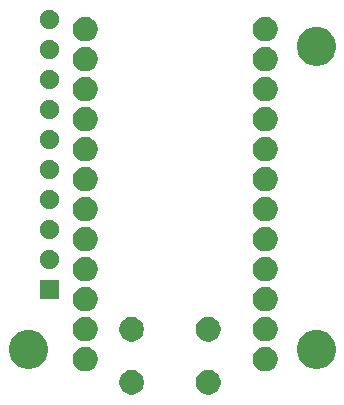
<source format=gbr>
G04 #@! TF.GenerationSoftware,KiCad,Pcbnew,(5.0.1)-4*
G04 #@! TF.CreationDate,2018-12-26T16:50:05+01:00*
G04 #@! TF.ProjectId,EdtrackerDiy,4564747261636B65724469792E6B6963,rev?*
G04 #@! TF.SameCoordinates,Original*
G04 #@! TF.FileFunction,Soldermask,Top*
G04 #@! TF.FilePolarity,Negative*
%FSLAX46Y46*%
G04 Gerber Fmt 4.6, Leading zero omitted, Abs format (unit mm)*
G04 Created by KiCad (PCBNEW (5.0.1)-4) date 26/12/2018 16:50:05*
%MOMM*%
%LPD*%
G01*
G04 APERTURE LIST*
%ADD10C,0.100000*%
G04 APERTURE END LIST*
D10*
G36*
X79554565Y-117861389D02*
X79745834Y-117940615D01*
X79917976Y-118055637D01*
X80064363Y-118202024D01*
X80179385Y-118374166D01*
X80258611Y-118565435D01*
X80299000Y-118768484D01*
X80299000Y-118975516D01*
X80258611Y-119178565D01*
X80179385Y-119369834D01*
X80064363Y-119541976D01*
X79917976Y-119688363D01*
X79745834Y-119803385D01*
X79554565Y-119882611D01*
X79351516Y-119923000D01*
X79144484Y-119923000D01*
X78941435Y-119882611D01*
X78750166Y-119803385D01*
X78578024Y-119688363D01*
X78431637Y-119541976D01*
X78316615Y-119369834D01*
X78237389Y-119178565D01*
X78197000Y-118975516D01*
X78197000Y-118768484D01*
X78237389Y-118565435D01*
X78316615Y-118374166D01*
X78431637Y-118202024D01*
X78578024Y-118055637D01*
X78750166Y-117940615D01*
X78941435Y-117861389D01*
X79144484Y-117821000D01*
X79351516Y-117821000D01*
X79554565Y-117861389D01*
X79554565Y-117861389D01*
G37*
G36*
X73054565Y-117861389D02*
X73245834Y-117940615D01*
X73417976Y-118055637D01*
X73564363Y-118202024D01*
X73679385Y-118374166D01*
X73758611Y-118565435D01*
X73799000Y-118768484D01*
X73799000Y-118975516D01*
X73758611Y-119178565D01*
X73679385Y-119369834D01*
X73564363Y-119541976D01*
X73417976Y-119688363D01*
X73245834Y-119803385D01*
X73054565Y-119882611D01*
X72851516Y-119923000D01*
X72644484Y-119923000D01*
X72441435Y-119882611D01*
X72250166Y-119803385D01*
X72078024Y-119688363D01*
X71931637Y-119541976D01*
X71816615Y-119369834D01*
X71737389Y-119178565D01*
X71697000Y-118975516D01*
X71697000Y-118768484D01*
X71737389Y-118565435D01*
X71816615Y-118374166D01*
X71931637Y-118202024D01*
X72078024Y-118055637D01*
X72250166Y-117940615D01*
X72441435Y-117861389D01*
X72644484Y-117821000D01*
X72851516Y-117821000D01*
X73054565Y-117861389D01*
X73054565Y-117861389D01*
G37*
G36*
X69137765Y-115902121D02*
X69327289Y-115980624D01*
X69497855Y-116094593D01*
X69642908Y-116239646D01*
X69756877Y-116410212D01*
X69835380Y-116599736D01*
X69875400Y-116800931D01*
X69875400Y-117006071D01*
X69835380Y-117207266D01*
X69756877Y-117396790D01*
X69642908Y-117567356D01*
X69497855Y-117712409D01*
X69327289Y-117826378D01*
X69137765Y-117904881D01*
X68936570Y-117944901D01*
X68731430Y-117944901D01*
X68530235Y-117904881D01*
X68340711Y-117826378D01*
X68170145Y-117712409D01*
X68025092Y-117567356D01*
X67911123Y-117396790D01*
X67832620Y-117207266D01*
X67792600Y-117006071D01*
X67792600Y-116800931D01*
X67832620Y-116599736D01*
X67911123Y-116410212D01*
X68025092Y-116239646D01*
X68170145Y-116094593D01*
X68340711Y-115980624D01*
X68530235Y-115902121D01*
X68731430Y-115862101D01*
X68936570Y-115862101D01*
X69137765Y-115902121D01*
X69137765Y-115902121D01*
G37*
G36*
X84377765Y-115902121D02*
X84567289Y-115980624D01*
X84737855Y-116094593D01*
X84882908Y-116239646D01*
X84996877Y-116410212D01*
X85075380Y-116599736D01*
X85115400Y-116800931D01*
X85115400Y-117006071D01*
X85075380Y-117207266D01*
X84996877Y-117396790D01*
X84882908Y-117567356D01*
X84737855Y-117712409D01*
X84567289Y-117826378D01*
X84377765Y-117904881D01*
X84176570Y-117944901D01*
X83971430Y-117944901D01*
X83770235Y-117904881D01*
X83580711Y-117826378D01*
X83410145Y-117712409D01*
X83265092Y-117567356D01*
X83151123Y-117396790D01*
X83072620Y-117207266D01*
X83032600Y-117006071D01*
X83032600Y-116800931D01*
X83072620Y-116599736D01*
X83151123Y-116410212D01*
X83265092Y-116239646D01*
X83410145Y-116094593D01*
X83580711Y-115980624D01*
X83770235Y-115902121D01*
X83971430Y-115862101D01*
X84176570Y-115862101D01*
X84377765Y-115902121D01*
X84377765Y-115902121D01*
G37*
G36*
X64383256Y-114469298D02*
X64489579Y-114490447D01*
X64790042Y-114614903D01*
X65056852Y-114793180D01*
X65060454Y-114795587D01*
X65290413Y-115025546D01*
X65471098Y-115295960D01*
X65595553Y-115596422D01*
X65659000Y-115915389D01*
X65659000Y-116240611D01*
X65595553Y-116559578D01*
X65471098Y-116860040D01*
X65290413Y-117130454D01*
X65060454Y-117360413D01*
X65060451Y-117360415D01*
X64790042Y-117541097D01*
X64489579Y-117665553D01*
X64383256Y-117686702D01*
X64170611Y-117729000D01*
X63845389Y-117729000D01*
X63632744Y-117686702D01*
X63526421Y-117665553D01*
X63225958Y-117541097D01*
X62955549Y-117360415D01*
X62955546Y-117360413D01*
X62725587Y-117130454D01*
X62544902Y-116860040D01*
X62420447Y-116559578D01*
X62357000Y-116240611D01*
X62357000Y-115915389D01*
X62420447Y-115596422D01*
X62544902Y-115295960D01*
X62725587Y-115025546D01*
X62955546Y-114795587D01*
X62959148Y-114793180D01*
X63225958Y-114614903D01*
X63526421Y-114490447D01*
X63632744Y-114469298D01*
X63845389Y-114427000D01*
X64170611Y-114427000D01*
X64383256Y-114469298D01*
X64383256Y-114469298D01*
G37*
G36*
X88767256Y-114469298D02*
X88873579Y-114490447D01*
X89174042Y-114614903D01*
X89440852Y-114793180D01*
X89444454Y-114795587D01*
X89674413Y-115025546D01*
X89855098Y-115295960D01*
X89979553Y-115596422D01*
X90043000Y-115915389D01*
X90043000Y-116240611D01*
X89979553Y-116559578D01*
X89855098Y-116860040D01*
X89674413Y-117130454D01*
X89444454Y-117360413D01*
X89444451Y-117360415D01*
X89174042Y-117541097D01*
X88873579Y-117665553D01*
X88767256Y-117686702D01*
X88554611Y-117729000D01*
X88229389Y-117729000D01*
X88016744Y-117686702D01*
X87910421Y-117665553D01*
X87609958Y-117541097D01*
X87339549Y-117360415D01*
X87339546Y-117360413D01*
X87109587Y-117130454D01*
X86928902Y-116860040D01*
X86804447Y-116559578D01*
X86741000Y-116240611D01*
X86741000Y-115915389D01*
X86804447Y-115596422D01*
X86928902Y-115295960D01*
X87109587Y-115025546D01*
X87339546Y-114795587D01*
X87343148Y-114793180D01*
X87609958Y-114614903D01*
X87910421Y-114490447D01*
X88016744Y-114469298D01*
X88229389Y-114427000D01*
X88554611Y-114427000D01*
X88767256Y-114469298D01*
X88767256Y-114469298D01*
G37*
G36*
X73054565Y-113361389D02*
X73245834Y-113440615D01*
X73417976Y-113555637D01*
X73564363Y-113702024D01*
X73679385Y-113874166D01*
X73758611Y-114065435D01*
X73799000Y-114268484D01*
X73799000Y-114475516D01*
X73758611Y-114678565D01*
X73679385Y-114869834D01*
X73564363Y-115041976D01*
X73417976Y-115188363D01*
X73245834Y-115303385D01*
X73054565Y-115382611D01*
X72851516Y-115423000D01*
X72644484Y-115423000D01*
X72441435Y-115382611D01*
X72250166Y-115303385D01*
X72078024Y-115188363D01*
X71931637Y-115041976D01*
X71816615Y-114869834D01*
X71737389Y-114678565D01*
X71697000Y-114475516D01*
X71697000Y-114268484D01*
X71737389Y-114065435D01*
X71816615Y-113874166D01*
X71931637Y-113702024D01*
X72078024Y-113555637D01*
X72250166Y-113440615D01*
X72441435Y-113361389D01*
X72644484Y-113321000D01*
X72851516Y-113321000D01*
X73054565Y-113361389D01*
X73054565Y-113361389D01*
G37*
G36*
X79554565Y-113361389D02*
X79745834Y-113440615D01*
X79917976Y-113555637D01*
X80064363Y-113702024D01*
X80179385Y-113874166D01*
X80258611Y-114065435D01*
X80299000Y-114268484D01*
X80299000Y-114475516D01*
X80258611Y-114678565D01*
X80179385Y-114869834D01*
X80064363Y-115041976D01*
X79917976Y-115188363D01*
X79745834Y-115303385D01*
X79554565Y-115382611D01*
X79351516Y-115423000D01*
X79144484Y-115423000D01*
X78941435Y-115382611D01*
X78750166Y-115303385D01*
X78578024Y-115188363D01*
X78431637Y-115041976D01*
X78316615Y-114869834D01*
X78237389Y-114678565D01*
X78197000Y-114475516D01*
X78197000Y-114268484D01*
X78237389Y-114065435D01*
X78316615Y-113874166D01*
X78431637Y-113702024D01*
X78578024Y-113555637D01*
X78750166Y-113440615D01*
X78941435Y-113361389D01*
X79144484Y-113321000D01*
X79351516Y-113321000D01*
X79554565Y-113361389D01*
X79554565Y-113361389D01*
G37*
G36*
X84377765Y-113362121D02*
X84567289Y-113440624D01*
X84737855Y-113554593D01*
X84882908Y-113699646D01*
X84996877Y-113870212D01*
X85075380Y-114059736D01*
X85115400Y-114260931D01*
X85115400Y-114466071D01*
X85075380Y-114667266D01*
X84996877Y-114856790D01*
X84882908Y-115027356D01*
X84737855Y-115172409D01*
X84567289Y-115286378D01*
X84377765Y-115364881D01*
X84176570Y-115404901D01*
X83971430Y-115404901D01*
X83770235Y-115364881D01*
X83580711Y-115286378D01*
X83410145Y-115172409D01*
X83265092Y-115027356D01*
X83151123Y-114856790D01*
X83072620Y-114667266D01*
X83032600Y-114466071D01*
X83032600Y-114260931D01*
X83072620Y-114059736D01*
X83151123Y-113870212D01*
X83265092Y-113699646D01*
X83410145Y-113554593D01*
X83580711Y-113440624D01*
X83770235Y-113362121D01*
X83971430Y-113322101D01*
X84176570Y-113322101D01*
X84377765Y-113362121D01*
X84377765Y-113362121D01*
G37*
G36*
X69137765Y-113362121D02*
X69327289Y-113440624D01*
X69497855Y-113554593D01*
X69642908Y-113699646D01*
X69756877Y-113870212D01*
X69835380Y-114059736D01*
X69875400Y-114260931D01*
X69875400Y-114466071D01*
X69835380Y-114667266D01*
X69756877Y-114856790D01*
X69642908Y-115027356D01*
X69497855Y-115172409D01*
X69327289Y-115286378D01*
X69137765Y-115364881D01*
X68936570Y-115404901D01*
X68731430Y-115404901D01*
X68530235Y-115364881D01*
X68340711Y-115286378D01*
X68170145Y-115172409D01*
X68025092Y-115027356D01*
X67911123Y-114856790D01*
X67832620Y-114667266D01*
X67792600Y-114466071D01*
X67792600Y-114260931D01*
X67832620Y-114059736D01*
X67911123Y-113870212D01*
X68025092Y-113699646D01*
X68170145Y-113554593D01*
X68340711Y-113440624D01*
X68530235Y-113362121D01*
X68731430Y-113322101D01*
X68936570Y-113322101D01*
X69137765Y-113362121D01*
X69137765Y-113362121D01*
G37*
G36*
X84377765Y-110822121D02*
X84567289Y-110900624D01*
X84737855Y-111014593D01*
X84882908Y-111159646D01*
X84996877Y-111330212D01*
X85075380Y-111519736D01*
X85115400Y-111720931D01*
X85115400Y-111926071D01*
X85075380Y-112127266D01*
X84996877Y-112316790D01*
X84882908Y-112487356D01*
X84737855Y-112632409D01*
X84567289Y-112746378D01*
X84377765Y-112824881D01*
X84176570Y-112864901D01*
X83971430Y-112864901D01*
X83770235Y-112824881D01*
X83580711Y-112746378D01*
X83410145Y-112632409D01*
X83265092Y-112487356D01*
X83151123Y-112316790D01*
X83072620Y-112127266D01*
X83032600Y-111926071D01*
X83032600Y-111720931D01*
X83072620Y-111519736D01*
X83151123Y-111330212D01*
X83265092Y-111159646D01*
X83410145Y-111014593D01*
X83580711Y-110900624D01*
X83770235Y-110822121D01*
X83971430Y-110782101D01*
X84176570Y-110782101D01*
X84377765Y-110822121D01*
X84377765Y-110822121D01*
G37*
G36*
X69137765Y-110822121D02*
X69327289Y-110900624D01*
X69497855Y-111014593D01*
X69642908Y-111159646D01*
X69756877Y-111330212D01*
X69835380Y-111519736D01*
X69875400Y-111720931D01*
X69875400Y-111926071D01*
X69835380Y-112127266D01*
X69756877Y-112316790D01*
X69642908Y-112487356D01*
X69497855Y-112632409D01*
X69327289Y-112746378D01*
X69137765Y-112824881D01*
X68936570Y-112864901D01*
X68731430Y-112864901D01*
X68530235Y-112824881D01*
X68340711Y-112746378D01*
X68170145Y-112632409D01*
X68025092Y-112487356D01*
X67911123Y-112316790D01*
X67832620Y-112127266D01*
X67792600Y-111926071D01*
X67792600Y-111720931D01*
X67832620Y-111519736D01*
X67911123Y-111330212D01*
X68025092Y-111159646D01*
X68170145Y-111014593D01*
X68340711Y-110900624D01*
X68530235Y-110822121D01*
X68731430Y-110782101D01*
X68936570Y-110782101D01*
X69137765Y-110822121D01*
X69137765Y-110822121D01*
G37*
G36*
X66599000Y-111811000D02*
X64973000Y-111811000D01*
X64973000Y-110185000D01*
X66599000Y-110185000D01*
X66599000Y-111811000D01*
X66599000Y-111811000D01*
G37*
G36*
X69137765Y-108282121D02*
X69327289Y-108360624D01*
X69497855Y-108474593D01*
X69642908Y-108619646D01*
X69756877Y-108790212D01*
X69835380Y-108979736D01*
X69875400Y-109180931D01*
X69875400Y-109386071D01*
X69835380Y-109587266D01*
X69756877Y-109776790D01*
X69642908Y-109947356D01*
X69497855Y-110092409D01*
X69327289Y-110206378D01*
X69137765Y-110284881D01*
X68936570Y-110324901D01*
X68731430Y-110324901D01*
X68530235Y-110284881D01*
X68340711Y-110206378D01*
X68170145Y-110092409D01*
X68025092Y-109947356D01*
X67911123Y-109776790D01*
X67832620Y-109587266D01*
X67792600Y-109386071D01*
X67792600Y-109180931D01*
X67832620Y-108979736D01*
X67911123Y-108790212D01*
X68025092Y-108619646D01*
X68170145Y-108474593D01*
X68340711Y-108360624D01*
X68530235Y-108282121D01*
X68731430Y-108242101D01*
X68936570Y-108242101D01*
X69137765Y-108282121D01*
X69137765Y-108282121D01*
G37*
G36*
X84377765Y-108282121D02*
X84567289Y-108360624D01*
X84737855Y-108474593D01*
X84882908Y-108619646D01*
X84996877Y-108790212D01*
X85075380Y-108979736D01*
X85115400Y-109180931D01*
X85115400Y-109386071D01*
X85075380Y-109587266D01*
X84996877Y-109776790D01*
X84882908Y-109947356D01*
X84737855Y-110092409D01*
X84567289Y-110206378D01*
X84377765Y-110284881D01*
X84176570Y-110324901D01*
X83971430Y-110324901D01*
X83770235Y-110284881D01*
X83580711Y-110206378D01*
X83410145Y-110092409D01*
X83265092Y-109947356D01*
X83151123Y-109776790D01*
X83072620Y-109587266D01*
X83032600Y-109386071D01*
X83032600Y-109180931D01*
X83072620Y-108979736D01*
X83151123Y-108790212D01*
X83265092Y-108619646D01*
X83410145Y-108474593D01*
X83580711Y-108360624D01*
X83770235Y-108282121D01*
X83971430Y-108242101D01*
X84176570Y-108242101D01*
X84377765Y-108282121D01*
X84377765Y-108282121D01*
G37*
G36*
X66023142Y-107676242D02*
X66171102Y-107737530D01*
X66304258Y-107826502D01*
X66417498Y-107939742D01*
X66506470Y-108072898D01*
X66567758Y-108220858D01*
X66599000Y-108377925D01*
X66599000Y-108538075D01*
X66567758Y-108695142D01*
X66506470Y-108843102D01*
X66417498Y-108976258D01*
X66304258Y-109089498D01*
X66171102Y-109178470D01*
X66171101Y-109178471D01*
X66171100Y-109178471D01*
X66137583Y-109192354D01*
X66023142Y-109239758D01*
X65866075Y-109271000D01*
X65705925Y-109271000D01*
X65548858Y-109239758D01*
X65434417Y-109192354D01*
X65400900Y-109178471D01*
X65400899Y-109178471D01*
X65400898Y-109178470D01*
X65267742Y-109089498D01*
X65154502Y-108976258D01*
X65065530Y-108843102D01*
X65004242Y-108695142D01*
X64973000Y-108538075D01*
X64973000Y-108377925D01*
X65004242Y-108220858D01*
X65065530Y-108072898D01*
X65154502Y-107939742D01*
X65267742Y-107826502D01*
X65400898Y-107737530D01*
X65548858Y-107676242D01*
X65705925Y-107645000D01*
X65866075Y-107645000D01*
X66023142Y-107676242D01*
X66023142Y-107676242D01*
G37*
G36*
X84377765Y-105742121D02*
X84567289Y-105820624D01*
X84737855Y-105934593D01*
X84882908Y-106079646D01*
X84996877Y-106250212D01*
X85075380Y-106439736D01*
X85115400Y-106640931D01*
X85115400Y-106846071D01*
X85075380Y-107047266D01*
X84996877Y-107236790D01*
X84882908Y-107407356D01*
X84737855Y-107552409D01*
X84567289Y-107666378D01*
X84377765Y-107744881D01*
X84176570Y-107784901D01*
X83971430Y-107784901D01*
X83770235Y-107744881D01*
X83580711Y-107666378D01*
X83410145Y-107552409D01*
X83265092Y-107407356D01*
X83151123Y-107236790D01*
X83072620Y-107047266D01*
X83032600Y-106846071D01*
X83032600Y-106640931D01*
X83072620Y-106439736D01*
X83151123Y-106250212D01*
X83265092Y-106079646D01*
X83410145Y-105934593D01*
X83580711Y-105820624D01*
X83770235Y-105742121D01*
X83971430Y-105702101D01*
X84176570Y-105702101D01*
X84377765Y-105742121D01*
X84377765Y-105742121D01*
G37*
G36*
X69137765Y-105742121D02*
X69327289Y-105820624D01*
X69497855Y-105934593D01*
X69642908Y-106079646D01*
X69756877Y-106250212D01*
X69835380Y-106439736D01*
X69875400Y-106640931D01*
X69875400Y-106846071D01*
X69835380Y-107047266D01*
X69756877Y-107236790D01*
X69642908Y-107407356D01*
X69497855Y-107552409D01*
X69327289Y-107666378D01*
X69137765Y-107744881D01*
X68936570Y-107784901D01*
X68731430Y-107784901D01*
X68530235Y-107744881D01*
X68340711Y-107666378D01*
X68170145Y-107552409D01*
X68025092Y-107407356D01*
X67911123Y-107236790D01*
X67832620Y-107047266D01*
X67792600Y-106846071D01*
X67792600Y-106640931D01*
X67832620Y-106439736D01*
X67911123Y-106250212D01*
X68025092Y-106079646D01*
X68170145Y-105934593D01*
X68340711Y-105820624D01*
X68530235Y-105742121D01*
X68731430Y-105702101D01*
X68936570Y-105702101D01*
X69137765Y-105742121D01*
X69137765Y-105742121D01*
G37*
G36*
X66023142Y-105136242D02*
X66171102Y-105197530D01*
X66304258Y-105286502D01*
X66417498Y-105399742D01*
X66506470Y-105532898D01*
X66567758Y-105680858D01*
X66599000Y-105837925D01*
X66599000Y-105998075D01*
X66567758Y-106155142D01*
X66506470Y-106303102D01*
X66417498Y-106436258D01*
X66304258Y-106549498D01*
X66171102Y-106638470D01*
X66171101Y-106638471D01*
X66171100Y-106638471D01*
X66137583Y-106652354D01*
X66023142Y-106699758D01*
X65866075Y-106731000D01*
X65705925Y-106731000D01*
X65548858Y-106699758D01*
X65434417Y-106652354D01*
X65400900Y-106638471D01*
X65400899Y-106638471D01*
X65400898Y-106638470D01*
X65267742Y-106549498D01*
X65154502Y-106436258D01*
X65065530Y-106303102D01*
X65004242Y-106155142D01*
X64973000Y-105998075D01*
X64973000Y-105837925D01*
X65004242Y-105680858D01*
X65065530Y-105532898D01*
X65154502Y-105399742D01*
X65267742Y-105286502D01*
X65400898Y-105197530D01*
X65548858Y-105136242D01*
X65705925Y-105105000D01*
X65866075Y-105105000D01*
X66023142Y-105136242D01*
X66023142Y-105136242D01*
G37*
G36*
X84377765Y-103202121D02*
X84567289Y-103280624D01*
X84737855Y-103394593D01*
X84882908Y-103539646D01*
X84996877Y-103710212D01*
X85075380Y-103899736D01*
X85115400Y-104100931D01*
X85115400Y-104306071D01*
X85075380Y-104507266D01*
X84996877Y-104696790D01*
X84882908Y-104867356D01*
X84737855Y-105012409D01*
X84567289Y-105126378D01*
X84377765Y-105204881D01*
X84176570Y-105244901D01*
X83971430Y-105244901D01*
X83770235Y-105204881D01*
X83580711Y-105126378D01*
X83410145Y-105012409D01*
X83265092Y-104867356D01*
X83151123Y-104696790D01*
X83072620Y-104507266D01*
X83032600Y-104306071D01*
X83032600Y-104100931D01*
X83072620Y-103899736D01*
X83151123Y-103710212D01*
X83265092Y-103539646D01*
X83410145Y-103394593D01*
X83580711Y-103280624D01*
X83770235Y-103202121D01*
X83971430Y-103162101D01*
X84176570Y-103162101D01*
X84377765Y-103202121D01*
X84377765Y-103202121D01*
G37*
G36*
X69137765Y-103202121D02*
X69327289Y-103280624D01*
X69497855Y-103394593D01*
X69642908Y-103539646D01*
X69756877Y-103710212D01*
X69835380Y-103899736D01*
X69875400Y-104100931D01*
X69875400Y-104306071D01*
X69835380Y-104507266D01*
X69756877Y-104696790D01*
X69642908Y-104867356D01*
X69497855Y-105012409D01*
X69327289Y-105126378D01*
X69137765Y-105204881D01*
X68936570Y-105244901D01*
X68731430Y-105244901D01*
X68530235Y-105204881D01*
X68340711Y-105126378D01*
X68170145Y-105012409D01*
X68025092Y-104867356D01*
X67911123Y-104696790D01*
X67832620Y-104507266D01*
X67792600Y-104306071D01*
X67792600Y-104100931D01*
X67832620Y-103899736D01*
X67911123Y-103710212D01*
X68025092Y-103539646D01*
X68170145Y-103394593D01*
X68340711Y-103280624D01*
X68530235Y-103202121D01*
X68731430Y-103162101D01*
X68936570Y-103162101D01*
X69137765Y-103202121D01*
X69137765Y-103202121D01*
G37*
G36*
X66023142Y-102596242D02*
X66171102Y-102657530D01*
X66304258Y-102746502D01*
X66417498Y-102859742D01*
X66506470Y-102992898D01*
X66567758Y-103140858D01*
X66599000Y-103297925D01*
X66599000Y-103458075D01*
X66567758Y-103615142D01*
X66506470Y-103763102D01*
X66417498Y-103896258D01*
X66304258Y-104009498D01*
X66171102Y-104098470D01*
X66171101Y-104098471D01*
X66171100Y-104098471D01*
X66137583Y-104112354D01*
X66023142Y-104159758D01*
X65866075Y-104191000D01*
X65705925Y-104191000D01*
X65548858Y-104159758D01*
X65434417Y-104112354D01*
X65400900Y-104098471D01*
X65400899Y-104098471D01*
X65400898Y-104098470D01*
X65267742Y-104009498D01*
X65154502Y-103896258D01*
X65065530Y-103763102D01*
X65004242Y-103615142D01*
X64973000Y-103458075D01*
X64973000Y-103297925D01*
X65004242Y-103140858D01*
X65065530Y-102992898D01*
X65154502Y-102859742D01*
X65267742Y-102746502D01*
X65400898Y-102657530D01*
X65548858Y-102596242D01*
X65705925Y-102565000D01*
X65866075Y-102565000D01*
X66023142Y-102596242D01*
X66023142Y-102596242D01*
G37*
G36*
X84377765Y-100662121D02*
X84567289Y-100740624D01*
X84737855Y-100854593D01*
X84882908Y-100999646D01*
X84996877Y-101170212D01*
X85075380Y-101359736D01*
X85115400Y-101560931D01*
X85115400Y-101766071D01*
X85075380Y-101967266D01*
X84996877Y-102156790D01*
X84882908Y-102327356D01*
X84737855Y-102472409D01*
X84567289Y-102586378D01*
X84377765Y-102664881D01*
X84176570Y-102704901D01*
X83971430Y-102704901D01*
X83770235Y-102664881D01*
X83580711Y-102586378D01*
X83410145Y-102472409D01*
X83265092Y-102327356D01*
X83151123Y-102156790D01*
X83072620Y-101967266D01*
X83032600Y-101766071D01*
X83032600Y-101560931D01*
X83072620Y-101359736D01*
X83151123Y-101170212D01*
X83265092Y-100999646D01*
X83410145Y-100854593D01*
X83580711Y-100740624D01*
X83770235Y-100662121D01*
X83971430Y-100622101D01*
X84176570Y-100622101D01*
X84377765Y-100662121D01*
X84377765Y-100662121D01*
G37*
G36*
X69137765Y-100662121D02*
X69327289Y-100740624D01*
X69497855Y-100854593D01*
X69642908Y-100999646D01*
X69756877Y-101170212D01*
X69835380Y-101359736D01*
X69875400Y-101560931D01*
X69875400Y-101766071D01*
X69835380Y-101967266D01*
X69756877Y-102156790D01*
X69642908Y-102327356D01*
X69497855Y-102472409D01*
X69327289Y-102586378D01*
X69137765Y-102664881D01*
X68936570Y-102704901D01*
X68731430Y-102704901D01*
X68530235Y-102664881D01*
X68340711Y-102586378D01*
X68170145Y-102472409D01*
X68025092Y-102327356D01*
X67911123Y-102156790D01*
X67832620Y-101967266D01*
X67792600Y-101766071D01*
X67792600Y-101560931D01*
X67832620Y-101359736D01*
X67911123Y-101170212D01*
X68025092Y-100999646D01*
X68170145Y-100854593D01*
X68340711Y-100740624D01*
X68530235Y-100662121D01*
X68731430Y-100622101D01*
X68936570Y-100622101D01*
X69137765Y-100662121D01*
X69137765Y-100662121D01*
G37*
G36*
X66023142Y-100056242D02*
X66171102Y-100117530D01*
X66304258Y-100206502D01*
X66417498Y-100319742D01*
X66506470Y-100452898D01*
X66567758Y-100600858D01*
X66599000Y-100757925D01*
X66599000Y-100918075D01*
X66567758Y-101075142D01*
X66506470Y-101223102D01*
X66417498Y-101356258D01*
X66304258Y-101469498D01*
X66171102Y-101558470D01*
X66171101Y-101558471D01*
X66171100Y-101558471D01*
X66137583Y-101572354D01*
X66023142Y-101619758D01*
X65866075Y-101651000D01*
X65705925Y-101651000D01*
X65548858Y-101619758D01*
X65434417Y-101572354D01*
X65400900Y-101558471D01*
X65400899Y-101558471D01*
X65400898Y-101558470D01*
X65267742Y-101469498D01*
X65154502Y-101356258D01*
X65065530Y-101223102D01*
X65004242Y-101075142D01*
X64973000Y-100918075D01*
X64973000Y-100757925D01*
X65004242Y-100600858D01*
X65065530Y-100452898D01*
X65154502Y-100319742D01*
X65267742Y-100206502D01*
X65400898Y-100117530D01*
X65548858Y-100056242D01*
X65705925Y-100025000D01*
X65866075Y-100025000D01*
X66023142Y-100056242D01*
X66023142Y-100056242D01*
G37*
G36*
X69137765Y-98122121D02*
X69327289Y-98200624D01*
X69497855Y-98314593D01*
X69642908Y-98459646D01*
X69756877Y-98630212D01*
X69835380Y-98819736D01*
X69875400Y-99020931D01*
X69875400Y-99226071D01*
X69835380Y-99427266D01*
X69756877Y-99616790D01*
X69642908Y-99787356D01*
X69497855Y-99932409D01*
X69327289Y-100046378D01*
X69137765Y-100124881D01*
X68936570Y-100164901D01*
X68731430Y-100164901D01*
X68530235Y-100124881D01*
X68340711Y-100046378D01*
X68170145Y-99932409D01*
X68025092Y-99787356D01*
X67911123Y-99616790D01*
X67832620Y-99427266D01*
X67792600Y-99226071D01*
X67792600Y-99020931D01*
X67832620Y-98819736D01*
X67911123Y-98630212D01*
X68025092Y-98459646D01*
X68170145Y-98314593D01*
X68340711Y-98200624D01*
X68530235Y-98122121D01*
X68731430Y-98082101D01*
X68936570Y-98082101D01*
X69137765Y-98122121D01*
X69137765Y-98122121D01*
G37*
G36*
X84377765Y-98122121D02*
X84567289Y-98200624D01*
X84737855Y-98314593D01*
X84882908Y-98459646D01*
X84996877Y-98630212D01*
X85075380Y-98819736D01*
X85115400Y-99020931D01*
X85115400Y-99226071D01*
X85075380Y-99427266D01*
X84996877Y-99616790D01*
X84882908Y-99787356D01*
X84737855Y-99932409D01*
X84567289Y-100046378D01*
X84377765Y-100124881D01*
X84176570Y-100164901D01*
X83971430Y-100164901D01*
X83770235Y-100124881D01*
X83580711Y-100046378D01*
X83410145Y-99932409D01*
X83265092Y-99787356D01*
X83151123Y-99616790D01*
X83072620Y-99427266D01*
X83032600Y-99226071D01*
X83032600Y-99020931D01*
X83072620Y-98819736D01*
X83151123Y-98630212D01*
X83265092Y-98459646D01*
X83410145Y-98314593D01*
X83580711Y-98200624D01*
X83770235Y-98122121D01*
X83971430Y-98082101D01*
X84176570Y-98082101D01*
X84377765Y-98122121D01*
X84377765Y-98122121D01*
G37*
G36*
X66023142Y-97516242D02*
X66171102Y-97577530D01*
X66304258Y-97666502D01*
X66417498Y-97779742D01*
X66506470Y-97912898D01*
X66567758Y-98060858D01*
X66599000Y-98217925D01*
X66599000Y-98378075D01*
X66567758Y-98535142D01*
X66506470Y-98683102D01*
X66417498Y-98816258D01*
X66304258Y-98929498D01*
X66171102Y-99018470D01*
X66171101Y-99018471D01*
X66171100Y-99018471D01*
X66137583Y-99032354D01*
X66023142Y-99079758D01*
X65866075Y-99111000D01*
X65705925Y-99111000D01*
X65548858Y-99079758D01*
X65434417Y-99032354D01*
X65400900Y-99018471D01*
X65400899Y-99018471D01*
X65400898Y-99018470D01*
X65267742Y-98929498D01*
X65154502Y-98816258D01*
X65065530Y-98683102D01*
X65004242Y-98535142D01*
X64973000Y-98378075D01*
X64973000Y-98217925D01*
X65004242Y-98060858D01*
X65065530Y-97912898D01*
X65154502Y-97779742D01*
X65267742Y-97666502D01*
X65400898Y-97577530D01*
X65548858Y-97516242D01*
X65705925Y-97485000D01*
X65866075Y-97485000D01*
X66023142Y-97516242D01*
X66023142Y-97516242D01*
G37*
G36*
X84377765Y-95582121D02*
X84567289Y-95660624D01*
X84737855Y-95774593D01*
X84882908Y-95919646D01*
X84996877Y-96090212D01*
X85075380Y-96279736D01*
X85115400Y-96480931D01*
X85115400Y-96686071D01*
X85075380Y-96887266D01*
X84996877Y-97076790D01*
X84882908Y-97247356D01*
X84737855Y-97392409D01*
X84567289Y-97506378D01*
X84377765Y-97584881D01*
X84176570Y-97624901D01*
X83971430Y-97624901D01*
X83770235Y-97584881D01*
X83580711Y-97506378D01*
X83410145Y-97392409D01*
X83265092Y-97247356D01*
X83151123Y-97076790D01*
X83072620Y-96887266D01*
X83032600Y-96686071D01*
X83032600Y-96480931D01*
X83072620Y-96279736D01*
X83151123Y-96090212D01*
X83265092Y-95919646D01*
X83410145Y-95774593D01*
X83580711Y-95660624D01*
X83770235Y-95582121D01*
X83971430Y-95542101D01*
X84176570Y-95542101D01*
X84377765Y-95582121D01*
X84377765Y-95582121D01*
G37*
G36*
X69137765Y-95582121D02*
X69327289Y-95660624D01*
X69497855Y-95774593D01*
X69642908Y-95919646D01*
X69756877Y-96090212D01*
X69835380Y-96279736D01*
X69875400Y-96480931D01*
X69875400Y-96686071D01*
X69835380Y-96887266D01*
X69756877Y-97076790D01*
X69642908Y-97247356D01*
X69497855Y-97392409D01*
X69327289Y-97506378D01*
X69137765Y-97584881D01*
X68936570Y-97624901D01*
X68731430Y-97624901D01*
X68530235Y-97584881D01*
X68340711Y-97506378D01*
X68170145Y-97392409D01*
X68025092Y-97247356D01*
X67911123Y-97076790D01*
X67832620Y-96887266D01*
X67792600Y-96686071D01*
X67792600Y-96480931D01*
X67832620Y-96279736D01*
X67911123Y-96090212D01*
X68025092Y-95919646D01*
X68170145Y-95774593D01*
X68340711Y-95660624D01*
X68530235Y-95582121D01*
X68731430Y-95542101D01*
X68936570Y-95542101D01*
X69137765Y-95582121D01*
X69137765Y-95582121D01*
G37*
G36*
X66023142Y-94976242D02*
X66171102Y-95037530D01*
X66304258Y-95126502D01*
X66417498Y-95239742D01*
X66506470Y-95372898D01*
X66567758Y-95520858D01*
X66599000Y-95677925D01*
X66599000Y-95838075D01*
X66567758Y-95995142D01*
X66506470Y-96143102D01*
X66417498Y-96276258D01*
X66304258Y-96389498D01*
X66171102Y-96478470D01*
X66171101Y-96478471D01*
X66171100Y-96478471D01*
X66137583Y-96492354D01*
X66023142Y-96539758D01*
X65866075Y-96571000D01*
X65705925Y-96571000D01*
X65548858Y-96539758D01*
X65434417Y-96492354D01*
X65400900Y-96478471D01*
X65400899Y-96478471D01*
X65400898Y-96478470D01*
X65267742Y-96389498D01*
X65154502Y-96276258D01*
X65065530Y-96143102D01*
X65004242Y-95995142D01*
X64973000Y-95838075D01*
X64973000Y-95677925D01*
X65004242Y-95520858D01*
X65065530Y-95372898D01*
X65154502Y-95239742D01*
X65267742Y-95126502D01*
X65400898Y-95037530D01*
X65548858Y-94976242D01*
X65705925Y-94945000D01*
X65866075Y-94945000D01*
X66023142Y-94976242D01*
X66023142Y-94976242D01*
G37*
G36*
X69137765Y-93042121D02*
X69327289Y-93120624D01*
X69497855Y-93234593D01*
X69642908Y-93379646D01*
X69756877Y-93550212D01*
X69835380Y-93739736D01*
X69875400Y-93940931D01*
X69875400Y-94146071D01*
X69835380Y-94347266D01*
X69756877Y-94536790D01*
X69642908Y-94707356D01*
X69497855Y-94852409D01*
X69327289Y-94966378D01*
X69137765Y-95044881D01*
X68936570Y-95084901D01*
X68731430Y-95084901D01*
X68530235Y-95044881D01*
X68340711Y-94966378D01*
X68170145Y-94852409D01*
X68025092Y-94707356D01*
X67911123Y-94536790D01*
X67832620Y-94347266D01*
X67792600Y-94146071D01*
X67792600Y-93940931D01*
X67832620Y-93739736D01*
X67911123Y-93550212D01*
X68025092Y-93379646D01*
X68170145Y-93234593D01*
X68340711Y-93120624D01*
X68530235Y-93042121D01*
X68731430Y-93002101D01*
X68936570Y-93002101D01*
X69137765Y-93042121D01*
X69137765Y-93042121D01*
G37*
G36*
X84377765Y-93042121D02*
X84567289Y-93120624D01*
X84737855Y-93234593D01*
X84882908Y-93379646D01*
X84996877Y-93550212D01*
X85075380Y-93739736D01*
X85115400Y-93940931D01*
X85115400Y-94146071D01*
X85075380Y-94347266D01*
X84996877Y-94536790D01*
X84882908Y-94707356D01*
X84737855Y-94852409D01*
X84567289Y-94966378D01*
X84377765Y-95044881D01*
X84176570Y-95084901D01*
X83971430Y-95084901D01*
X83770235Y-95044881D01*
X83580711Y-94966378D01*
X83410145Y-94852409D01*
X83265092Y-94707356D01*
X83151123Y-94536790D01*
X83072620Y-94347266D01*
X83032600Y-94146071D01*
X83032600Y-93940931D01*
X83072620Y-93739736D01*
X83151123Y-93550212D01*
X83265092Y-93379646D01*
X83410145Y-93234593D01*
X83580711Y-93120624D01*
X83770235Y-93042121D01*
X83971430Y-93002101D01*
X84176570Y-93002101D01*
X84377765Y-93042121D01*
X84377765Y-93042121D01*
G37*
G36*
X66023142Y-92436242D02*
X66171102Y-92497530D01*
X66304258Y-92586502D01*
X66417498Y-92699742D01*
X66506470Y-92832898D01*
X66567758Y-92980858D01*
X66599000Y-93137925D01*
X66599000Y-93298075D01*
X66567758Y-93455142D01*
X66506470Y-93603102D01*
X66417498Y-93736258D01*
X66304258Y-93849498D01*
X66171102Y-93938470D01*
X66171101Y-93938471D01*
X66171100Y-93938471D01*
X66137583Y-93952354D01*
X66023142Y-93999758D01*
X65866075Y-94031000D01*
X65705925Y-94031000D01*
X65548858Y-93999758D01*
X65434417Y-93952354D01*
X65400900Y-93938471D01*
X65400899Y-93938471D01*
X65400898Y-93938470D01*
X65267742Y-93849498D01*
X65154502Y-93736258D01*
X65065530Y-93603102D01*
X65004242Y-93455142D01*
X64973000Y-93298075D01*
X64973000Y-93137925D01*
X65004242Y-92980858D01*
X65065530Y-92832898D01*
X65154502Y-92699742D01*
X65267742Y-92586502D01*
X65400898Y-92497530D01*
X65548858Y-92436242D01*
X65705925Y-92405000D01*
X65866075Y-92405000D01*
X66023142Y-92436242D01*
X66023142Y-92436242D01*
G37*
G36*
X69137765Y-90502121D02*
X69327289Y-90580624D01*
X69497855Y-90694593D01*
X69642908Y-90839646D01*
X69756877Y-91010212D01*
X69835380Y-91199736D01*
X69875400Y-91400931D01*
X69875400Y-91606071D01*
X69835380Y-91807266D01*
X69756877Y-91996790D01*
X69642908Y-92167356D01*
X69497855Y-92312409D01*
X69327289Y-92426378D01*
X69137765Y-92504881D01*
X68936570Y-92544901D01*
X68731430Y-92544901D01*
X68530235Y-92504881D01*
X68340711Y-92426378D01*
X68170145Y-92312409D01*
X68025092Y-92167356D01*
X67911123Y-91996790D01*
X67832620Y-91807266D01*
X67792600Y-91606071D01*
X67792600Y-91400931D01*
X67832620Y-91199736D01*
X67911123Y-91010212D01*
X68025092Y-90839646D01*
X68170145Y-90694593D01*
X68340711Y-90580624D01*
X68530235Y-90502121D01*
X68731430Y-90462101D01*
X68936570Y-90462101D01*
X69137765Y-90502121D01*
X69137765Y-90502121D01*
G37*
G36*
X84377765Y-90502121D02*
X84567289Y-90580624D01*
X84737855Y-90694593D01*
X84882908Y-90839646D01*
X84996877Y-91010212D01*
X85075380Y-91199736D01*
X85115400Y-91400931D01*
X85115400Y-91606071D01*
X85075380Y-91807266D01*
X84996877Y-91996790D01*
X84882908Y-92167356D01*
X84737855Y-92312409D01*
X84567289Y-92426378D01*
X84377765Y-92504881D01*
X84176570Y-92544901D01*
X83971430Y-92544901D01*
X83770235Y-92504881D01*
X83580711Y-92426378D01*
X83410145Y-92312409D01*
X83265092Y-92167356D01*
X83151123Y-91996790D01*
X83072620Y-91807266D01*
X83032600Y-91606071D01*
X83032600Y-91400931D01*
X83072620Y-91199736D01*
X83151123Y-91010212D01*
X83265092Y-90839646D01*
X83410145Y-90694593D01*
X83580711Y-90580624D01*
X83770235Y-90502121D01*
X83971430Y-90462101D01*
X84176570Y-90462101D01*
X84377765Y-90502121D01*
X84377765Y-90502121D01*
G37*
G36*
X88767256Y-88815298D02*
X88873579Y-88836447D01*
X89174042Y-88960903D01*
X89440852Y-89139180D01*
X89444454Y-89141587D01*
X89674413Y-89371546D01*
X89674415Y-89371549D01*
X89855097Y-89641958D01*
X89979553Y-89942421D01*
X90043000Y-90261391D01*
X90043000Y-90586609D01*
X89979553Y-90905579D01*
X89914305Y-91063102D01*
X89855098Y-91206040D01*
X89674413Y-91476454D01*
X89444454Y-91706413D01*
X89444451Y-91706415D01*
X89174042Y-91887097D01*
X88873579Y-92011553D01*
X88767256Y-92032702D01*
X88554611Y-92075000D01*
X88229389Y-92075000D01*
X88016744Y-92032702D01*
X87910421Y-92011553D01*
X87609958Y-91887097D01*
X87339549Y-91706415D01*
X87339546Y-91706413D01*
X87109587Y-91476454D01*
X86928902Y-91206040D01*
X86869695Y-91063102D01*
X86804447Y-90905579D01*
X86741000Y-90586609D01*
X86741000Y-90261391D01*
X86804447Y-89942421D01*
X86928903Y-89641958D01*
X87109585Y-89371549D01*
X87109587Y-89371546D01*
X87339546Y-89141587D01*
X87343148Y-89139180D01*
X87609958Y-88960903D01*
X87910421Y-88836447D01*
X88016744Y-88815298D01*
X88229389Y-88773000D01*
X88554611Y-88773000D01*
X88767256Y-88815298D01*
X88767256Y-88815298D01*
G37*
G36*
X66023142Y-89896242D02*
X66171102Y-89957530D01*
X66304258Y-90046502D01*
X66417498Y-90159742D01*
X66506470Y-90292898D01*
X66567758Y-90440858D01*
X66599000Y-90597925D01*
X66599000Y-90758075D01*
X66567758Y-90915142D01*
X66506470Y-91063102D01*
X66417498Y-91196258D01*
X66304258Y-91309498D01*
X66171102Y-91398470D01*
X66171101Y-91398471D01*
X66171100Y-91398471D01*
X66137583Y-91412354D01*
X66023142Y-91459758D01*
X65866075Y-91491000D01*
X65705925Y-91491000D01*
X65548858Y-91459758D01*
X65434417Y-91412354D01*
X65400900Y-91398471D01*
X65400899Y-91398471D01*
X65400898Y-91398470D01*
X65267742Y-91309498D01*
X65154502Y-91196258D01*
X65065530Y-91063102D01*
X65004242Y-90915142D01*
X64973000Y-90758075D01*
X64973000Y-90597925D01*
X65004242Y-90440858D01*
X65065530Y-90292898D01*
X65154502Y-90159742D01*
X65267742Y-90046502D01*
X65400898Y-89957530D01*
X65548858Y-89896242D01*
X65705925Y-89865000D01*
X65866075Y-89865000D01*
X66023142Y-89896242D01*
X66023142Y-89896242D01*
G37*
G36*
X84377765Y-87962121D02*
X84567289Y-88040624D01*
X84737855Y-88154593D01*
X84882908Y-88299646D01*
X84996877Y-88470212D01*
X85075380Y-88659736D01*
X85115400Y-88860931D01*
X85115400Y-89066071D01*
X85075380Y-89267266D01*
X84996877Y-89456790D01*
X84882908Y-89627356D01*
X84737855Y-89772409D01*
X84567289Y-89886378D01*
X84377765Y-89964881D01*
X84176570Y-90004901D01*
X83971430Y-90004901D01*
X83770235Y-89964881D01*
X83580711Y-89886378D01*
X83410145Y-89772409D01*
X83265092Y-89627356D01*
X83151123Y-89456790D01*
X83072620Y-89267266D01*
X83032600Y-89066071D01*
X83032600Y-88860931D01*
X83072620Y-88659736D01*
X83151123Y-88470212D01*
X83265092Y-88299646D01*
X83410145Y-88154593D01*
X83580711Y-88040624D01*
X83770235Y-87962121D01*
X83971430Y-87922101D01*
X84176570Y-87922101D01*
X84377765Y-87962121D01*
X84377765Y-87962121D01*
G37*
G36*
X69137765Y-87962121D02*
X69327289Y-88040624D01*
X69497855Y-88154593D01*
X69642908Y-88299646D01*
X69756877Y-88470212D01*
X69835380Y-88659736D01*
X69875400Y-88860931D01*
X69875400Y-89066071D01*
X69835380Y-89267266D01*
X69756877Y-89456790D01*
X69642908Y-89627356D01*
X69497855Y-89772409D01*
X69327289Y-89886378D01*
X69137765Y-89964881D01*
X68936570Y-90004901D01*
X68731430Y-90004901D01*
X68530235Y-89964881D01*
X68340711Y-89886378D01*
X68170145Y-89772409D01*
X68025092Y-89627356D01*
X67911123Y-89456790D01*
X67832620Y-89267266D01*
X67792600Y-89066071D01*
X67792600Y-88860931D01*
X67832620Y-88659736D01*
X67911123Y-88470212D01*
X68025092Y-88299646D01*
X68170145Y-88154593D01*
X68340711Y-88040624D01*
X68530235Y-87962121D01*
X68731430Y-87922101D01*
X68936570Y-87922101D01*
X69137765Y-87962121D01*
X69137765Y-87962121D01*
G37*
G36*
X66023142Y-87356242D02*
X66171102Y-87417530D01*
X66304258Y-87506502D01*
X66417498Y-87619742D01*
X66506470Y-87752898D01*
X66567758Y-87900858D01*
X66599000Y-88057925D01*
X66599000Y-88218075D01*
X66567758Y-88375142D01*
X66506470Y-88523102D01*
X66417498Y-88656258D01*
X66304258Y-88769498D01*
X66171102Y-88858470D01*
X66171101Y-88858471D01*
X66171100Y-88858471D01*
X66137583Y-88872354D01*
X66023142Y-88919758D01*
X65866075Y-88951000D01*
X65705925Y-88951000D01*
X65548858Y-88919758D01*
X65434417Y-88872354D01*
X65400900Y-88858471D01*
X65400899Y-88858471D01*
X65400898Y-88858470D01*
X65267742Y-88769498D01*
X65154502Y-88656258D01*
X65065530Y-88523102D01*
X65004242Y-88375142D01*
X64973000Y-88218075D01*
X64973000Y-88057925D01*
X65004242Y-87900858D01*
X65065530Y-87752898D01*
X65154502Y-87619742D01*
X65267742Y-87506502D01*
X65400898Y-87417530D01*
X65548858Y-87356242D01*
X65705925Y-87325000D01*
X65866075Y-87325000D01*
X66023142Y-87356242D01*
X66023142Y-87356242D01*
G37*
M02*

</source>
